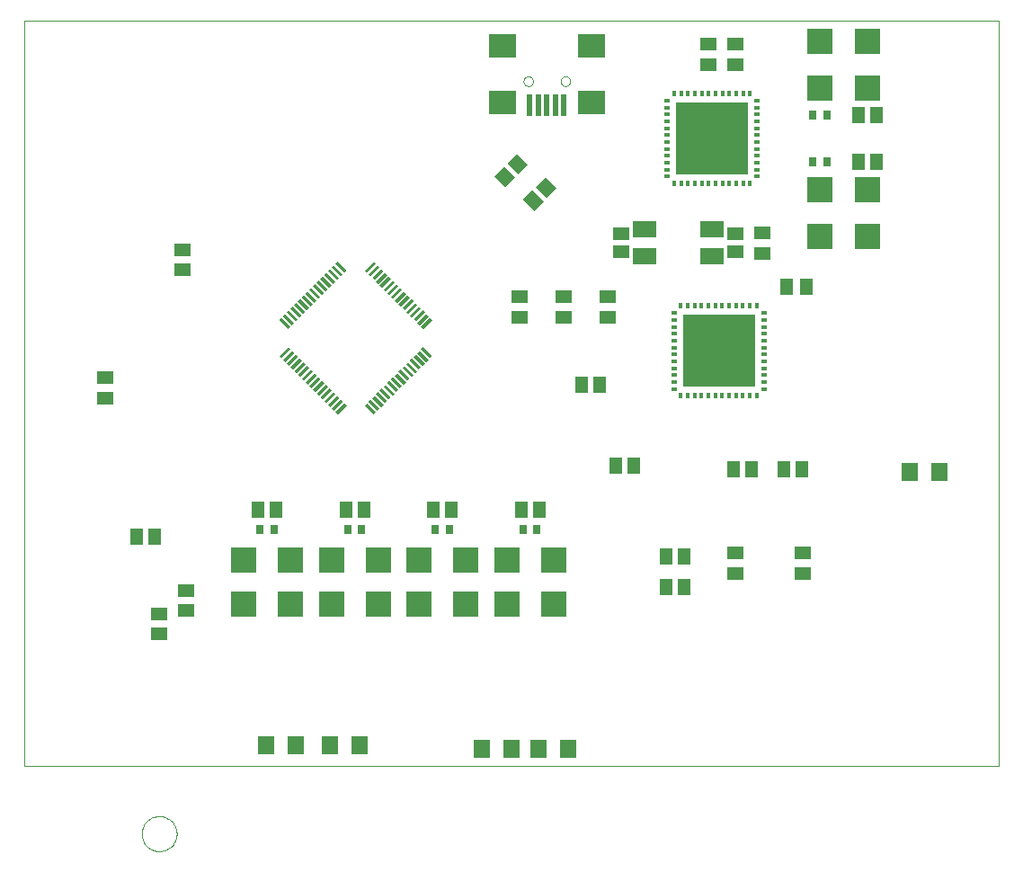
<source format=gtp>
G75*
G70*
%OFA0B0*%
%FSLAX24Y24*%
%IPPOS*%
%LPD*%
%AMOC8*
5,1,8,0,0,1.08239X$1,22.5*
%
%ADD10C,0.0000*%
%ADD11R,0.0866X0.0591*%
%ADD12R,0.0217X0.0138*%
%ADD13R,0.0138X0.0217*%
%ADD14R,0.2677X0.2677*%
%ADD15R,0.0630X0.0512*%
%ADD16R,0.0512X0.0591*%
%ADD17R,0.0591X0.0512*%
%ADD18R,0.0276X0.0354*%
%ADD19R,0.0945X0.0945*%
%ADD20R,0.0472X0.0118*%
%ADD21R,0.0118X0.0472*%
%ADD22R,0.0984X0.0866*%
%ADD23R,0.0197X0.0787*%
%ADD24R,0.0630X0.0709*%
%ADD25R,0.0512X0.0630*%
D10*
X000786Y004283D02*
X000786Y031905D01*
X036906Y031905D01*
X036906Y004283D01*
X000786Y004283D01*
X005136Y001758D02*
X005138Y001808D01*
X005144Y001858D01*
X005154Y001908D01*
X005167Y001956D01*
X005184Y002004D01*
X005205Y002050D01*
X005229Y002094D01*
X005257Y002136D01*
X005288Y002176D01*
X005322Y002213D01*
X005359Y002248D01*
X005398Y002279D01*
X005439Y002308D01*
X005483Y002333D01*
X005529Y002355D01*
X005576Y002373D01*
X005624Y002387D01*
X005673Y002398D01*
X005723Y002405D01*
X005773Y002408D01*
X005824Y002407D01*
X005874Y002402D01*
X005924Y002393D01*
X005972Y002381D01*
X006020Y002364D01*
X006066Y002344D01*
X006111Y002321D01*
X006154Y002294D01*
X006194Y002264D01*
X006232Y002231D01*
X006267Y002195D01*
X006300Y002156D01*
X006329Y002115D01*
X006355Y002072D01*
X006378Y002027D01*
X006397Y001980D01*
X006412Y001932D01*
X006424Y001883D01*
X006432Y001833D01*
X006436Y001783D01*
X006436Y001733D01*
X006432Y001683D01*
X006424Y001633D01*
X006412Y001584D01*
X006397Y001536D01*
X006378Y001489D01*
X006355Y001444D01*
X006329Y001401D01*
X006300Y001360D01*
X006267Y001321D01*
X006232Y001285D01*
X006194Y001252D01*
X006154Y001222D01*
X006111Y001195D01*
X006066Y001172D01*
X006020Y001152D01*
X005972Y001135D01*
X005924Y001123D01*
X005874Y001114D01*
X005824Y001109D01*
X005773Y001108D01*
X005723Y001111D01*
X005673Y001118D01*
X005624Y001129D01*
X005576Y001143D01*
X005529Y001161D01*
X005483Y001183D01*
X005439Y001208D01*
X005398Y001237D01*
X005359Y001268D01*
X005322Y001303D01*
X005288Y001340D01*
X005257Y001380D01*
X005229Y001422D01*
X005205Y001466D01*
X005184Y001512D01*
X005167Y001560D01*
X005154Y001608D01*
X005144Y001658D01*
X005138Y001708D01*
X005136Y001758D01*
X019295Y029658D02*
X019297Y029684D01*
X019303Y029710D01*
X019313Y029735D01*
X019326Y029758D01*
X019342Y029778D01*
X019362Y029796D01*
X019384Y029811D01*
X019407Y029823D01*
X019433Y029831D01*
X019459Y029835D01*
X019485Y029835D01*
X019511Y029831D01*
X019537Y029823D01*
X019561Y029811D01*
X019582Y029796D01*
X019602Y029778D01*
X019618Y029758D01*
X019631Y029735D01*
X019641Y029710D01*
X019647Y029684D01*
X019649Y029658D01*
X019647Y029632D01*
X019641Y029606D01*
X019631Y029581D01*
X019618Y029558D01*
X019602Y029538D01*
X019582Y029520D01*
X019560Y029505D01*
X019537Y029493D01*
X019511Y029485D01*
X019485Y029481D01*
X019459Y029481D01*
X019433Y029485D01*
X019407Y029493D01*
X019383Y029505D01*
X019362Y029520D01*
X019342Y029538D01*
X019326Y029558D01*
X019313Y029581D01*
X019303Y029606D01*
X019297Y029632D01*
X019295Y029658D01*
X020673Y029658D02*
X020675Y029684D01*
X020681Y029710D01*
X020691Y029735D01*
X020704Y029758D01*
X020720Y029778D01*
X020740Y029796D01*
X020762Y029811D01*
X020785Y029823D01*
X020811Y029831D01*
X020837Y029835D01*
X020863Y029835D01*
X020889Y029831D01*
X020915Y029823D01*
X020939Y029811D01*
X020960Y029796D01*
X020980Y029778D01*
X020996Y029758D01*
X021009Y029735D01*
X021019Y029710D01*
X021025Y029684D01*
X021027Y029658D01*
X021025Y029632D01*
X021019Y029606D01*
X021009Y029581D01*
X020996Y029558D01*
X020980Y029538D01*
X020960Y029520D01*
X020938Y029505D01*
X020915Y029493D01*
X020889Y029485D01*
X020863Y029481D01*
X020837Y029481D01*
X020811Y029485D01*
X020785Y029493D01*
X020761Y029505D01*
X020740Y029520D01*
X020720Y029538D01*
X020704Y029558D01*
X020691Y029581D01*
X020681Y029606D01*
X020675Y029632D01*
X020673Y029658D01*
D11*
X023786Y024158D03*
X023786Y023158D03*
X026286Y023158D03*
X026286Y024158D03*
D12*
X024623Y026126D03*
X024623Y026382D03*
X024623Y026638D03*
X024623Y026894D03*
X024623Y027150D03*
X024623Y027406D03*
X024623Y027661D03*
X024623Y027917D03*
X024623Y028173D03*
X024623Y028429D03*
X024623Y028685D03*
X024623Y028941D03*
X027950Y028941D03*
X027950Y028685D03*
X027950Y028429D03*
X027950Y028173D03*
X027950Y027917D03*
X027950Y027661D03*
X027950Y027406D03*
X027950Y027150D03*
X027950Y026894D03*
X027950Y026638D03*
X027950Y026382D03*
X027950Y026126D03*
X028200Y021066D03*
X028200Y020810D03*
X028200Y020554D03*
X028200Y020298D03*
X028200Y020042D03*
X028200Y019786D03*
X028200Y019531D03*
X028200Y019275D03*
X028200Y019019D03*
X028200Y018763D03*
X028200Y018507D03*
X028200Y018251D03*
X024873Y018251D03*
X024873Y018507D03*
X024873Y018763D03*
X024873Y019019D03*
X024873Y019275D03*
X024873Y019531D03*
X024873Y019786D03*
X024873Y020042D03*
X024873Y020298D03*
X024873Y020554D03*
X024873Y020810D03*
X024873Y021066D03*
D13*
X025129Y021322D03*
X025385Y021322D03*
X025640Y021322D03*
X025896Y021322D03*
X026152Y021322D03*
X026408Y021322D03*
X026664Y021322D03*
X026920Y021322D03*
X027176Y021322D03*
X027432Y021322D03*
X027688Y021322D03*
X027944Y021322D03*
X027944Y017995D03*
X027688Y017995D03*
X027432Y017995D03*
X027176Y017995D03*
X026920Y017995D03*
X026664Y017995D03*
X026408Y017995D03*
X026152Y017995D03*
X025896Y017995D03*
X025640Y017995D03*
X025385Y017995D03*
X025129Y017995D03*
X025135Y025870D03*
X025390Y025870D03*
X025646Y025870D03*
X025902Y025870D03*
X026158Y025870D03*
X026414Y025870D03*
X026670Y025870D03*
X026926Y025870D03*
X027182Y025870D03*
X027438Y025870D03*
X027694Y025870D03*
X024879Y025870D03*
X024879Y029197D03*
X025135Y029197D03*
X025390Y029197D03*
X025646Y029197D03*
X025902Y029197D03*
X026158Y029197D03*
X026414Y029197D03*
X026670Y029197D03*
X026926Y029197D03*
X027182Y029197D03*
X027438Y029197D03*
X027694Y029197D03*
D14*
X026286Y027533D03*
X026536Y019658D03*
D15*
X022411Y020909D03*
X022411Y021657D03*
X020786Y021657D03*
X020786Y020909D03*
X019161Y020909D03*
X019161Y021657D03*
X028161Y023284D03*
X028161Y024032D03*
X027161Y030284D03*
X027161Y031032D03*
X026161Y031032D03*
X026161Y030284D03*
X006661Y023407D03*
X006661Y022659D03*
X003786Y018657D03*
X003786Y017909D03*
X006786Y010782D03*
X006786Y010034D03*
X005786Y009907D03*
X005786Y009159D03*
X027161Y011409D03*
X027161Y012157D03*
X029661Y012157D03*
X029661Y011409D03*
D16*
X025246Y010908D03*
X024576Y010908D03*
X024576Y012033D03*
X025246Y012033D03*
X027076Y015283D03*
X027746Y015283D03*
X028951Y015283D03*
X029621Y015283D03*
X023371Y015408D03*
X022701Y015408D03*
X019871Y013783D03*
X019201Y013783D03*
X016621Y013783D03*
X015951Y013783D03*
X013371Y013783D03*
X012701Y013783D03*
X010121Y013783D03*
X009451Y013783D03*
X005621Y012783D03*
X004951Y012783D03*
G36*
X019270Y025266D02*
X019632Y025628D01*
X020048Y025212D01*
X019686Y024850D01*
X019270Y025266D01*
G37*
G36*
X019744Y025739D02*
X020106Y026101D01*
X020522Y025685D01*
X020160Y025323D01*
X019744Y025739D01*
G37*
G36*
X018686Y026620D02*
X019048Y026982D01*
X019464Y026566D01*
X019102Y026204D01*
X018686Y026620D01*
G37*
G36*
X018212Y026147D02*
X018574Y026509D01*
X018990Y026093D01*
X018628Y025731D01*
X018212Y026147D01*
G37*
X021451Y018408D03*
X022121Y018408D03*
X031701Y026658D03*
X032371Y026658D03*
X032371Y028408D03*
X031701Y028408D03*
D17*
X027161Y023993D03*
X027161Y023324D03*
X022911Y023324D03*
X022911Y023993D03*
D18*
X030030Y026658D03*
X030542Y026658D03*
X030542Y028408D03*
X030030Y028408D03*
X019792Y013033D03*
X019280Y013033D03*
X016542Y013033D03*
X016030Y013033D03*
X013292Y013033D03*
X012780Y013033D03*
X010042Y013033D03*
X009530Y013033D03*
D19*
X008920Y011908D03*
X008920Y010283D03*
X010652Y010283D03*
X012170Y010283D03*
X013902Y010283D03*
X015420Y010283D03*
X017152Y010283D03*
X018670Y010283D03*
X018670Y011908D03*
X017152Y011908D03*
X015420Y011908D03*
X013902Y011908D03*
X012170Y011908D03*
X010652Y011908D03*
X020402Y011908D03*
X020402Y010283D03*
X030286Y023917D03*
X030286Y025650D03*
X032036Y025650D03*
X032036Y023917D03*
X032036Y029417D03*
X032036Y031150D03*
X030286Y031150D03*
X030286Y029417D03*
D20*
G36*
X015912Y020811D02*
X015579Y020478D01*
X015496Y020561D01*
X015829Y020894D01*
X015912Y020811D01*
G37*
G36*
X015772Y020950D02*
X015439Y020617D01*
X015356Y020700D01*
X015689Y021033D01*
X015772Y020950D01*
G37*
G36*
X015633Y021090D02*
X015300Y020757D01*
X015217Y020840D01*
X015550Y021173D01*
X015633Y021090D01*
G37*
G36*
X015494Y021229D02*
X015161Y020896D01*
X015078Y020979D01*
X015411Y021312D01*
X015494Y021229D01*
G37*
G36*
X015355Y021368D02*
X015022Y021035D01*
X014939Y021118D01*
X015272Y021451D01*
X015355Y021368D01*
G37*
G36*
X015216Y021507D02*
X014883Y021174D01*
X014800Y021257D01*
X015133Y021590D01*
X015216Y021507D01*
G37*
G36*
X015076Y021646D02*
X014743Y021313D01*
X014660Y021396D01*
X014993Y021729D01*
X015076Y021646D01*
G37*
G36*
X014937Y021786D02*
X014604Y021453D01*
X014521Y021536D01*
X014854Y021869D01*
X014937Y021786D01*
G37*
G36*
X014798Y021925D02*
X014465Y021592D01*
X014382Y021675D01*
X014715Y022008D01*
X014798Y021925D01*
G37*
G36*
X014659Y022064D02*
X014326Y021731D01*
X014243Y021814D01*
X014576Y022147D01*
X014659Y022064D01*
G37*
G36*
X014520Y022203D02*
X014187Y021870D01*
X014104Y021953D01*
X014437Y022286D01*
X014520Y022203D01*
G37*
G36*
X014380Y022342D02*
X014047Y022009D01*
X013964Y022092D01*
X014297Y022425D01*
X014380Y022342D01*
G37*
G36*
X014241Y022481D02*
X013908Y022148D01*
X013825Y022231D01*
X014158Y022564D01*
X014241Y022481D01*
G37*
G36*
X014102Y022621D02*
X013769Y022288D01*
X013686Y022371D01*
X014019Y022704D01*
X014102Y022621D01*
G37*
G36*
X013963Y022760D02*
X013630Y022427D01*
X013547Y022510D01*
X013880Y022843D01*
X013963Y022760D01*
G37*
G36*
X013824Y022899D02*
X013491Y022566D01*
X013408Y022649D01*
X013741Y022982D01*
X013824Y022899D01*
G37*
G36*
X010650Y019725D02*
X010317Y019392D01*
X010234Y019475D01*
X010567Y019808D01*
X010650Y019725D01*
G37*
G36*
X010789Y019586D02*
X010456Y019253D01*
X010373Y019336D01*
X010706Y019669D01*
X010789Y019586D01*
G37*
G36*
X010928Y019447D02*
X010595Y019114D01*
X010512Y019197D01*
X010845Y019530D01*
X010928Y019447D01*
G37*
G36*
X011068Y019308D02*
X010735Y018975D01*
X010652Y019058D01*
X010985Y019391D01*
X011068Y019308D01*
G37*
G36*
X011207Y019169D02*
X010874Y018836D01*
X010791Y018919D01*
X011124Y019252D01*
X011207Y019169D01*
G37*
G36*
X011346Y019029D02*
X011013Y018696D01*
X010930Y018779D01*
X011263Y019112D01*
X011346Y019029D01*
G37*
G36*
X011485Y018890D02*
X011152Y018557D01*
X011069Y018640D01*
X011402Y018973D01*
X011485Y018890D01*
G37*
G36*
X011624Y018751D02*
X011291Y018418D01*
X011208Y018501D01*
X011541Y018834D01*
X011624Y018751D01*
G37*
G36*
X011764Y018612D02*
X011431Y018279D01*
X011348Y018362D01*
X011681Y018695D01*
X011764Y018612D01*
G37*
G36*
X011903Y018473D02*
X011570Y018140D01*
X011487Y018223D01*
X011820Y018556D01*
X011903Y018473D01*
G37*
G36*
X012042Y018334D02*
X011709Y018001D01*
X011626Y018084D01*
X011959Y018417D01*
X012042Y018334D01*
G37*
G36*
X012181Y018194D02*
X011848Y017861D01*
X011765Y017944D01*
X012098Y018277D01*
X012181Y018194D01*
G37*
G36*
X012320Y018055D02*
X011987Y017722D01*
X011904Y017805D01*
X012237Y018138D01*
X012320Y018055D01*
G37*
G36*
X012459Y017916D02*
X012126Y017583D01*
X012043Y017666D01*
X012376Y017999D01*
X012459Y017916D01*
G37*
G36*
X012599Y017777D02*
X012266Y017444D01*
X012183Y017527D01*
X012516Y017860D01*
X012599Y017777D01*
G37*
G36*
X012738Y017638D02*
X012405Y017305D01*
X012322Y017388D01*
X012655Y017721D01*
X012738Y017638D01*
G37*
D21*
G36*
X013824Y017388D02*
X013741Y017305D01*
X013408Y017638D01*
X013491Y017721D01*
X013824Y017388D01*
G37*
G36*
X013963Y017527D02*
X013880Y017444D01*
X013547Y017777D01*
X013630Y017860D01*
X013963Y017527D01*
G37*
G36*
X014102Y017666D02*
X014019Y017583D01*
X013686Y017916D01*
X013769Y017999D01*
X014102Y017666D01*
G37*
G36*
X014241Y017805D02*
X014158Y017722D01*
X013825Y018055D01*
X013908Y018138D01*
X014241Y017805D01*
G37*
G36*
X014380Y017944D02*
X014297Y017861D01*
X013964Y018194D01*
X014047Y018277D01*
X014380Y017944D01*
G37*
G36*
X014520Y018084D02*
X014437Y018001D01*
X014104Y018334D01*
X014187Y018417D01*
X014520Y018084D01*
G37*
G36*
X014659Y018223D02*
X014576Y018140D01*
X014243Y018473D01*
X014326Y018556D01*
X014659Y018223D01*
G37*
G36*
X014798Y018362D02*
X014715Y018279D01*
X014382Y018612D01*
X014465Y018695D01*
X014798Y018362D01*
G37*
G36*
X014937Y018501D02*
X014854Y018418D01*
X014521Y018751D01*
X014604Y018834D01*
X014937Y018501D01*
G37*
G36*
X015076Y018640D02*
X014993Y018557D01*
X014660Y018890D01*
X014743Y018973D01*
X015076Y018640D01*
G37*
G36*
X015216Y018779D02*
X015133Y018696D01*
X014800Y019029D01*
X014883Y019112D01*
X015216Y018779D01*
G37*
G36*
X015355Y018919D02*
X015272Y018836D01*
X014939Y019169D01*
X015022Y019252D01*
X015355Y018919D01*
G37*
G36*
X015494Y019058D02*
X015411Y018975D01*
X015078Y019308D01*
X015161Y019391D01*
X015494Y019058D01*
G37*
G36*
X015633Y019197D02*
X015550Y019114D01*
X015217Y019447D01*
X015300Y019530D01*
X015633Y019197D01*
G37*
G36*
X015772Y019336D02*
X015689Y019253D01*
X015356Y019586D01*
X015439Y019669D01*
X015772Y019336D01*
G37*
G36*
X015912Y019475D02*
X015829Y019392D01*
X015496Y019725D01*
X015579Y019808D01*
X015912Y019475D01*
G37*
G36*
X012738Y022649D02*
X012655Y022566D01*
X012322Y022899D01*
X012405Y022982D01*
X012738Y022649D01*
G37*
G36*
X012599Y022510D02*
X012516Y022427D01*
X012183Y022760D01*
X012266Y022843D01*
X012599Y022510D01*
G37*
G36*
X012459Y022371D02*
X012376Y022288D01*
X012043Y022621D01*
X012126Y022704D01*
X012459Y022371D01*
G37*
G36*
X012320Y022231D02*
X012237Y022148D01*
X011904Y022481D01*
X011987Y022564D01*
X012320Y022231D01*
G37*
G36*
X012181Y022092D02*
X012098Y022009D01*
X011765Y022342D01*
X011848Y022425D01*
X012181Y022092D01*
G37*
G36*
X012042Y021953D02*
X011959Y021870D01*
X011626Y022203D01*
X011709Y022286D01*
X012042Y021953D01*
G37*
G36*
X011903Y021814D02*
X011820Y021731D01*
X011487Y022064D01*
X011570Y022147D01*
X011903Y021814D01*
G37*
G36*
X011764Y021675D02*
X011681Y021592D01*
X011348Y021925D01*
X011431Y022008D01*
X011764Y021675D01*
G37*
G36*
X011624Y021536D02*
X011541Y021453D01*
X011208Y021786D01*
X011291Y021869D01*
X011624Y021536D01*
G37*
G36*
X011485Y021396D02*
X011402Y021313D01*
X011069Y021646D01*
X011152Y021729D01*
X011485Y021396D01*
G37*
G36*
X011346Y021257D02*
X011263Y021174D01*
X010930Y021507D01*
X011013Y021590D01*
X011346Y021257D01*
G37*
G36*
X011207Y021118D02*
X011124Y021035D01*
X010791Y021368D01*
X010874Y021451D01*
X011207Y021118D01*
G37*
G36*
X011068Y020979D02*
X010985Y020896D01*
X010652Y021229D01*
X010735Y021312D01*
X011068Y020979D01*
G37*
G36*
X010928Y020840D02*
X010845Y020757D01*
X010512Y021090D01*
X010595Y021173D01*
X010928Y020840D01*
G37*
G36*
X010789Y020700D02*
X010706Y020617D01*
X010373Y020950D01*
X010456Y021033D01*
X010789Y020700D01*
G37*
G36*
X010650Y020561D02*
X010567Y020478D01*
X010234Y020811D01*
X010317Y020894D01*
X010650Y020561D01*
G37*
D22*
X018508Y028871D03*
X018508Y030958D03*
X021815Y030958D03*
X021815Y028871D03*
D23*
X020791Y028773D03*
X020476Y028773D03*
X020161Y028773D03*
X019846Y028773D03*
X019531Y028773D03*
D24*
X033610Y015158D03*
X034712Y015158D03*
X020962Y004908D03*
X019860Y004908D03*
X018837Y004908D03*
X017735Y004908D03*
X013212Y005033D03*
X012110Y005033D03*
X010837Y005033D03*
X009735Y005033D03*
D25*
X029037Y022033D03*
X029785Y022033D03*
M02*

</source>
